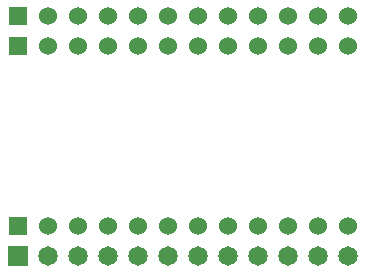
<source format=gbl>
G04 (created by PCBNEW (2013-01-27 BZR 3925)-testing) date Tue 29 Jan 2013 05:11:15 PM CET*
%MOIN*%
G04 Gerber Fmt 3.4, Leading zero omitted, Abs format*
%FSLAX34Y34*%
G01*
G70*
G90*
G04 APERTURE LIST*
%ADD10C,2.3622e-06*%
%ADD11R,0.065X0.065*%
%ADD12C,0.065*%
%ADD13R,0.06X0.06*%
%ADD14C,0.06*%
G04 APERTURE END LIST*
G54D10*
G54D11*
X55500Y-49000D03*
G54D12*
X56500Y-49000D03*
X57500Y-49000D03*
X58500Y-49000D03*
X59500Y-49000D03*
X60500Y-49000D03*
X61500Y-49000D03*
X62500Y-49000D03*
X63500Y-49000D03*
X64500Y-49000D03*
X65500Y-49000D03*
X66500Y-49000D03*
G54D13*
X55500Y-48000D03*
G54D14*
X56500Y-48000D03*
X57500Y-48000D03*
X58500Y-48000D03*
X59500Y-48000D03*
X60500Y-48000D03*
X61500Y-48000D03*
X62500Y-48000D03*
X63500Y-48000D03*
X64500Y-48000D03*
X65500Y-48000D03*
X66500Y-48000D03*
G54D13*
X55500Y-41000D03*
G54D14*
X56500Y-41000D03*
X57500Y-41000D03*
X58500Y-41000D03*
X59500Y-41000D03*
X60500Y-41000D03*
X61500Y-41000D03*
X62500Y-41000D03*
X63500Y-41000D03*
X64500Y-41000D03*
X65500Y-41000D03*
X66500Y-41000D03*
G54D13*
X55500Y-42000D03*
G54D14*
X56500Y-42000D03*
X57500Y-42000D03*
X58500Y-42000D03*
X59500Y-42000D03*
X60500Y-42000D03*
X61500Y-42000D03*
X62500Y-42000D03*
X63500Y-42000D03*
X64500Y-42000D03*
X65500Y-42000D03*
X66500Y-42000D03*
M02*

</source>
